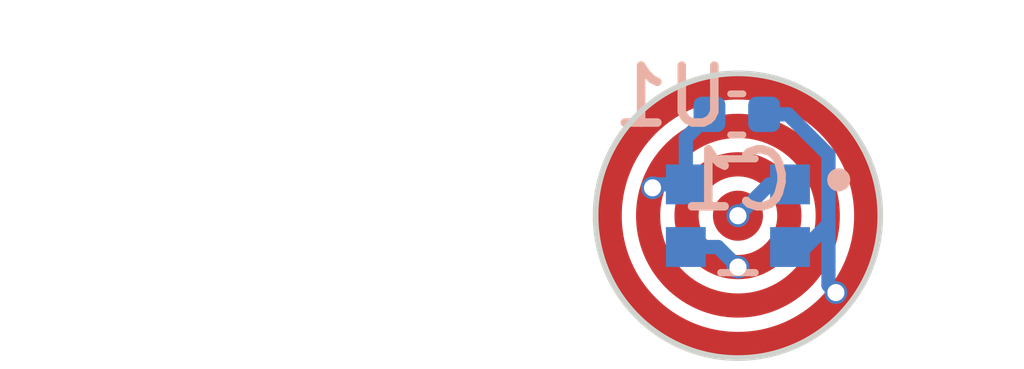
<source format=kicad_pcb>
(kicad_pcb (version 20221018) (generator pcbnew)
  (layers (0 "F.Cu" signal) (31 "B.Cu" signal) (34 "B.Paste" user) (35 "F.Paste" user) (36 "B.SilkS" user "B.Silkscreen") (37 "F.SilkS" user "F.Silkscreen") (38 "B.Mask" user) (39 "F.Mask" user) (44 "Edge.Cuts" user))
  (net 0 "")
  (net 1 "/IN")
  (net 2 "VCC")
  (net 3 "/OUT")
  (net 4 "GND")
  (footprint "Homebrew:LED_WS2812-2020" (layer "B.Cu") (at 122 100 180)
    (fp_text reference "U1" (at 1.17686 2.09129) (layer "B.SilkS") (effects (font (size 1.00011 1.00011)) (justify mirror)))
    (fp_text value "WS2812-2020")
    (fp_line (start -0.3 -1) (end 0.3 -1) (stroke (width 0.127)) (layer "B.SilkS"))
    (fp_line (start -0.3 1) (end 0.3 1) (stroke (width 0.127)) (layer "B.SilkS"))
    (fp_circle (center -1.77 0.63) (end -1.667044 0.63) (stroke (width 0.2)) (fill none) (layer "B.SilkS"))
    (pad "1" smd rect (at -0.915 0.55 180) (size 0.7 0.7) (layers "B.Cu" "B.Paste" "B.Mask") (net 3 "/OUT"))
    (pad "2" smd rect (at -0.915 -0.55 180) (size 0.7 0.7) (layers "B.Cu" "B.Paste" "B.Mask") (net 4 "GND"))
    (pad "3" smd rect (at 0.915 -0.55) (size 0.7 0.7) (layers "B.Cu" "B.Paste" "B.Mask") (net 1 "/IN"))
    (pad "4" smd rect (at 0.915 0.55) (size 0.7 0.7) (layers "B.Cu" "B.Paste" "B.Mask") (net 2 "VCC"))
  )
  (footprint "Capacitor_SMD:C_0402_1005Metric" (layer "B.Cu") (at 121.98 98.22)
    (fp_text reference "C1" (at 0 1.16) (layer "B.SilkS") (effects (justify mirror)))
    (fp_text value "100nF")
    (fp_line (start -0.107836 -0.36) (end 0.107836 -0.36) (stroke (width 0.12)) (layer "B.SilkS"))
    (fp_line (start -0.107836 0.36) (end 0.107836 0.36) (stroke (width 0.12)) (layer "B.SilkS"))
    (pad "1" smd roundrect (at -0.48 0) (size 0.56 0.62) (layers "B.Cu" "B.Paste" "B.Mask") (net 2 "VCC"))
    (pad "2" smd roundrect (at 0.48 0) (size 0.56 0.62) (layers "B.Cu" "B.Paste" "B.Mask") (net 4 "GND"))
  )
  (gr_circle (center 122 100) (end 123.5775 100) (stroke (width 0.425)) (fill none) (layer "F.Cu"))
  (gr_circle (center 122 100) (end 122.39 100) (stroke (width 0.1)) (fill solid) (layer "F.Cu"))
  (gr_circle (center 122 100) (end 124.2525 100) (stroke (width 0.425)) (fill none) (layer "F.Cu"))
  (gr_circle (center 122 100) (end 122.9025 100) (stroke (width 0.425)) (fill none) (layer "F.Cu"))
  (gr_circle (center 122 100) (end 124.5 100) (stroke (width 0.1)) (fill none) (layer "Edge.Cuts"))
  (via (at 122 100.9025) (size 0.4) (drill 0.3) (layers "F.Cu" "B.Cu") (net 1))
  (segment (start 121.6475 100.55) (end 122 100.9025) (width 0.25) (layer "B.Cu") (net 1))
  (segment (start 121.085 100.55) (end 121.6475 100.55) (width 0.25) (layer "B.Cu") (net 1))
  (via (at 120.5 99.51) (size 0.4) (drill 0.3) (layers "F.Cu" "B.Cu") (net 2))
  (segment (start 121.085 98.635) (end 121.5 98.22) (width 0.25) (layer "B.Cu") (net 2))
  (segment (start 121.085 99.45) (end 121.085 98.635) (width 0.25) (layer "B.Cu") (net 2))
  (segment (start 121.085 99.45) (end 120.56 99.45) (width 0.25) (layer "B.Cu") (net 2))
  (segment (start 120.56 99.45) (end 120.5 99.51) (width 0.25) (layer "B.Cu") (net 2))
  (via (at 122 100) (size 0.4) (drill 0.3) (layers "F.Cu" "B.Cu") (net 3))
  (segment (start 122 100) (end 122.55 99.45) (width 0.25) (layer "B.Cu") (net 3))
  (segment (start 122.55 99.45) (end 122.915 99.45) (width 0.25) (layer "B.Cu") (net 3))
  (via (at 123.72 101.35) (size 0.4) (drill 0.3) (layers "F.Cu" "B.Cu") (net 4))
  (segment (start 123.589511 100.299511) (end 123.589511 101.219511) (width 0.25) (layer "B.Cu") (net 4))
  (segment (start 123.589511 98.929511) (end 122.88 98.22) (width 0.25) (layer "B.Cu") (net 4))
  (segment (start 123.589511 100.149511) (end 123.589511 98.929511) (width 0.25) (layer "B.Cu") (net 4))
  (segment (start 122.88 98.22) (end 122.46 98.22) (width 0.25) (layer "B.Cu") (net 4))
  (segment (start 123.589511 101.219511) (end 123.72 101.35) (width 0.25) (layer "B.Cu") (net 4))
  (segment (start 122.915 100.55) (end 123.189022 100.55) (width 0.25) (layer "B.Cu") (net 4))
  (segment (start 123.189022 100.55) (end 123.589511 100.149511) (width 0.25) (layer "B.Cu") (net 4))
  (segment (start 123.589511 100.299511) (end 123.589511 100.149511) (width 0.25) (layer "B.Cu") (net 4))
)
</source>
